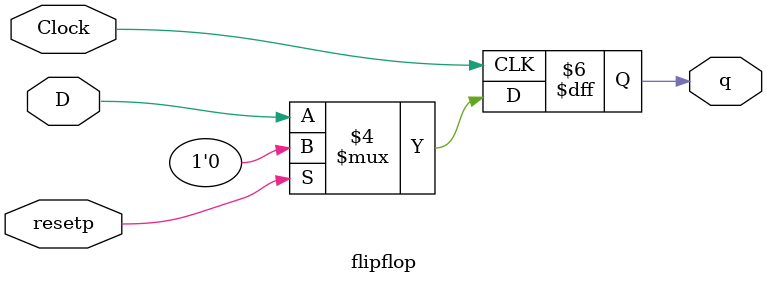
<source format=v>

module flipflop (D, resetp, Clock, q);
input D,resetp, Clock;
output reg q;
	always @(posedge Clock)
	begin
		if (resetp == 1'b1)
			q <= 0; 
		else 
			q <= D; 
	end
endmodule 
</source>
